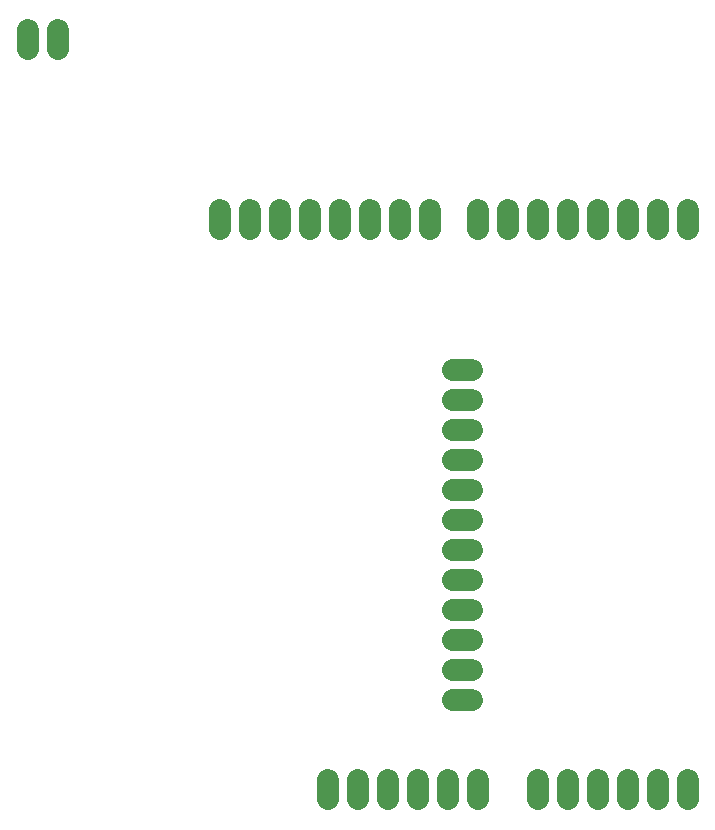
<source format=gbs>
G75*
G70*
%OFA0B0*%
%FSLAX24Y24*%
%IPPOS*%
%LPD*%
%AMOC8*
5,1,8,0,0,1.08239X$1,22.5*
%
%ADD10C,0.0720*%
D10*
X016722Y001234D02*
X016722Y001874D01*
X017722Y001874D02*
X017722Y001234D01*
X018722Y001234D02*
X018722Y001874D01*
X019722Y001874D02*
X019722Y001234D01*
X020722Y001234D02*
X020722Y001874D01*
X021722Y001874D02*
X021722Y001234D01*
X023722Y001234D02*
X023722Y001874D01*
X024722Y001874D02*
X024722Y001234D01*
X025722Y001234D02*
X025722Y001874D01*
X026722Y001874D02*
X026722Y001234D01*
X027722Y001234D02*
X027722Y001874D01*
X028722Y001874D02*
X028722Y001234D01*
X021542Y004554D02*
X020902Y004554D01*
X020902Y005554D02*
X021542Y005554D01*
X021542Y006554D02*
X020902Y006554D01*
X020902Y007554D02*
X021542Y007554D01*
X021542Y008554D02*
X020902Y008554D01*
X020902Y009554D02*
X021542Y009554D01*
X021542Y010554D02*
X020902Y010554D01*
X020902Y011554D02*
X021542Y011554D01*
X021542Y012554D02*
X020902Y012554D01*
X020902Y013554D02*
X021542Y013554D01*
X021542Y014554D02*
X020902Y014554D01*
X020902Y015554D02*
X021542Y015554D01*
X021722Y020234D02*
X021722Y020874D01*
X022722Y020874D02*
X022722Y020234D01*
X023722Y020234D02*
X023722Y020874D01*
X024722Y020874D02*
X024722Y020234D01*
X025722Y020234D02*
X025722Y020874D01*
X026722Y020874D02*
X026722Y020234D01*
X027722Y020234D02*
X027722Y020874D01*
X028722Y020874D02*
X028722Y020234D01*
X020122Y020234D02*
X020122Y020874D01*
X019122Y020874D02*
X019122Y020234D01*
X018122Y020234D02*
X018122Y020874D01*
X017122Y020874D02*
X017122Y020234D01*
X016122Y020234D02*
X016122Y020874D01*
X015122Y020874D02*
X015122Y020234D01*
X014122Y020234D02*
X014122Y020874D01*
X013122Y020874D02*
X013122Y020234D01*
X007722Y026234D02*
X007722Y026874D01*
X006722Y026874D02*
X006722Y026234D01*
M02*

</source>
